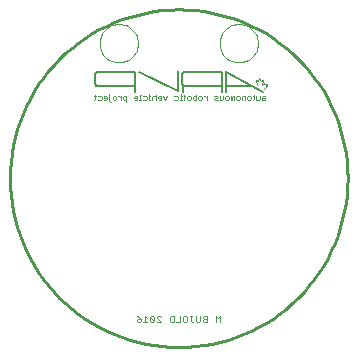
<source format=gbo>
G75*
G70*
%OFA0B0*%
%FSLAX24Y24*%
%IPPOS*%
%LPD*%
%AMOC8*
5,1,8,0,0,1.08239X$1,22.5*
%
%ADD10C,0.0100*%
%ADD11C,0.0040*%
%ADD12C,0.0000*%
%ADD13C,0.0050*%
%ADD14C,0.0020*%
D10*
X000150Y005775D02*
X000157Y006051D01*
X000177Y006326D01*
X000211Y006600D01*
X000258Y006872D01*
X000319Y007142D01*
X000392Y007408D01*
X000479Y007670D01*
X000578Y007928D01*
X000690Y008180D01*
X000814Y008427D01*
X000950Y008667D01*
X001098Y008900D01*
X001257Y009126D01*
X001427Y009343D01*
X001607Y009553D01*
X001798Y009752D01*
X001997Y009943D01*
X002207Y010123D01*
X002424Y010293D01*
X002650Y010452D01*
X002883Y010600D01*
X003123Y010736D01*
X003370Y010860D01*
X003622Y010972D01*
X003880Y011071D01*
X004142Y011158D01*
X004408Y011231D01*
X004678Y011292D01*
X004950Y011339D01*
X005224Y011373D01*
X005499Y011393D01*
X005775Y011400D01*
X006051Y011393D01*
X006326Y011373D01*
X006600Y011339D01*
X006872Y011292D01*
X007142Y011231D01*
X007408Y011158D01*
X007670Y011071D01*
X007928Y010972D01*
X008180Y010860D01*
X008427Y010736D01*
X008667Y010600D01*
X008900Y010452D01*
X009126Y010293D01*
X009343Y010123D01*
X009553Y009943D01*
X009752Y009752D01*
X009943Y009553D01*
X010123Y009343D01*
X010293Y009126D01*
X010452Y008900D01*
X010600Y008667D01*
X010736Y008427D01*
X010860Y008180D01*
X010972Y007928D01*
X011071Y007670D01*
X011158Y007408D01*
X011231Y007142D01*
X011292Y006872D01*
X011339Y006600D01*
X011373Y006326D01*
X011393Y006051D01*
X011400Y005775D01*
X011393Y005499D01*
X011373Y005224D01*
X011339Y004950D01*
X011292Y004678D01*
X011231Y004408D01*
X011158Y004142D01*
X011071Y003880D01*
X010972Y003622D01*
X010860Y003370D01*
X010736Y003123D01*
X010600Y002883D01*
X010452Y002650D01*
X010293Y002424D01*
X010123Y002207D01*
X009943Y001997D01*
X009752Y001798D01*
X009553Y001607D01*
X009343Y001427D01*
X009126Y001257D01*
X008900Y001098D01*
X008667Y000950D01*
X008427Y000814D01*
X008180Y000690D01*
X007928Y000578D01*
X007670Y000479D01*
X007408Y000392D01*
X007142Y000319D01*
X006872Y000258D01*
X006600Y000211D01*
X006326Y000177D01*
X006051Y000157D01*
X005775Y000150D01*
X005499Y000157D01*
X005224Y000177D01*
X004950Y000211D01*
X004678Y000258D01*
X004408Y000319D01*
X004142Y000392D01*
X003880Y000479D01*
X003622Y000578D01*
X003370Y000690D01*
X003123Y000814D01*
X002883Y000950D01*
X002650Y001098D01*
X002424Y001257D01*
X002207Y001427D01*
X001997Y001607D01*
X001798Y001798D01*
X001607Y001997D01*
X001427Y002207D01*
X001257Y002424D01*
X001098Y002650D01*
X000950Y002883D01*
X000814Y003123D01*
X000690Y003370D01*
X000578Y003622D01*
X000479Y003880D01*
X000392Y004142D01*
X000319Y004408D01*
X000258Y004678D01*
X000211Y004950D01*
X000177Y005224D01*
X000157Y005499D01*
X000150Y005775D01*
D11*
X004370Y001062D02*
X004370Y001028D01*
X004403Y000995D01*
X004470Y000995D01*
X004503Y001028D01*
X004503Y001095D01*
X004403Y001095D01*
X004370Y001062D01*
X004436Y001162D02*
X004370Y001195D01*
X004436Y001162D02*
X004503Y001095D01*
X004591Y000995D02*
X004724Y000995D01*
X004657Y000995D02*
X004657Y001195D01*
X004724Y001128D01*
X004812Y001162D02*
X004812Y001028D01*
X004845Y000995D01*
X004912Y000995D01*
X004945Y001028D01*
X004812Y001162D01*
X004845Y001195D01*
X004912Y001195D01*
X004945Y001162D01*
X004945Y001028D01*
X005033Y000995D02*
X005166Y000995D01*
X005033Y001128D01*
X005033Y001162D01*
X005066Y001195D01*
X005133Y001195D01*
X005166Y001162D01*
X005475Y001162D02*
X005475Y001028D01*
X005508Y000995D01*
X005608Y000995D01*
X005608Y001195D01*
X005508Y001195D01*
X005475Y001162D01*
X005696Y000995D02*
X005829Y000995D01*
X005829Y001195D01*
X005917Y001162D02*
X005917Y001028D01*
X005950Y000995D01*
X006017Y000995D01*
X006050Y001028D01*
X006050Y001162D01*
X006017Y001195D01*
X005950Y001195D01*
X005917Y001162D01*
X006138Y001195D02*
X006204Y001195D01*
X006171Y001195D02*
X006171Y001028D01*
X006204Y000995D01*
X006238Y000995D01*
X006271Y001028D01*
X006359Y001028D02*
X006359Y001195D01*
X006492Y001195D02*
X006492Y001028D01*
X006459Y000995D01*
X006392Y000995D01*
X006359Y001028D01*
X006580Y001028D02*
X006613Y000995D01*
X006713Y000995D01*
X006713Y001195D01*
X006613Y001195D01*
X006580Y001162D01*
X006580Y001128D01*
X006613Y001095D01*
X006713Y001095D01*
X006613Y001095D02*
X006580Y001062D01*
X006580Y001028D01*
X007022Y000995D02*
X007022Y001195D01*
X007088Y001128D01*
X007155Y001195D01*
X007155Y000995D01*
D12*
X007135Y010275D02*
X007137Y010325D01*
X007143Y010375D01*
X007153Y010424D01*
X007166Y010473D01*
X007184Y010520D01*
X007205Y010566D01*
X007229Y010609D01*
X007257Y010651D01*
X007288Y010691D01*
X007322Y010728D01*
X007359Y010762D01*
X007399Y010793D01*
X007441Y010821D01*
X007484Y010845D01*
X007530Y010866D01*
X007577Y010884D01*
X007626Y010897D01*
X007675Y010907D01*
X007725Y010913D01*
X007775Y010915D01*
X007825Y010913D01*
X007875Y010907D01*
X007924Y010897D01*
X007973Y010884D01*
X008020Y010866D01*
X008066Y010845D01*
X008109Y010821D01*
X008151Y010793D01*
X008191Y010762D01*
X008228Y010728D01*
X008262Y010691D01*
X008293Y010651D01*
X008321Y010609D01*
X008345Y010566D01*
X008366Y010520D01*
X008384Y010473D01*
X008397Y010424D01*
X008407Y010375D01*
X008413Y010325D01*
X008415Y010275D01*
X008413Y010225D01*
X008407Y010175D01*
X008397Y010126D01*
X008384Y010077D01*
X008366Y010030D01*
X008345Y009984D01*
X008321Y009941D01*
X008293Y009899D01*
X008262Y009859D01*
X008228Y009822D01*
X008191Y009788D01*
X008151Y009757D01*
X008109Y009729D01*
X008066Y009705D01*
X008020Y009684D01*
X007973Y009666D01*
X007924Y009653D01*
X007875Y009643D01*
X007825Y009637D01*
X007775Y009635D01*
X007725Y009637D01*
X007675Y009643D01*
X007626Y009653D01*
X007577Y009666D01*
X007530Y009684D01*
X007484Y009705D01*
X007441Y009729D01*
X007399Y009757D01*
X007359Y009788D01*
X007322Y009822D01*
X007288Y009859D01*
X007257Y009899D01*
X007229Y009941D01*
X007205Y009984D01*
X007184Y010030D01*
X007166Y010077D01*
X007153Y010126D01*
X007143Y010175D01*
X007137Y010225D01*
X007135Y010275D01*
X003135Y010275D02*
X003137Y010325D01*
X003143Y010375D01*
X003153Y010424D01*
X003166Y010473D01*
X003184Y010520D01*
X003205Y010566D01*
X003229Y010609D01*
X003257Y010651D01*
X003288Y010691D01*
X003322Y010728D01*
X003359Y010762D01*
X003399Y010793D01*
X003441Y010821D01*
X003484Y010845D01*
X003530Y010866D01*
X003577Y010884D01*
X003626Y010897D01*
X003675Y010907D01*
X003725Y010913D01*
X003775Y010915D01*
X003825Y010913D01*
X003875Y010907D01*
X003924Y010897D01*
X003973Y010884D01*
X004020Y010866D01*
X004066Y010845D01*
X004109Y010821D01*
X004151Y010793D01*
X004191Y010762D01*
X004228Y010728D01*
X004262Y010691D01*
X004293Y010651D01*
X004321Y010609D01*
X004345Y010566D01*
X004366Y010520D01*
X004384Y010473D01*
X004397Y010424D01*
X004407Y010375D01*
X004413Y010325D01*
X004415Y010275D01*
X004413Y010225D01*
X004407Y010175D01*
X004397Y010126D01*
X004384Y010077D01*
X004366Y010030D01*
X004345Y009984D01*
X004321Y009941D01*
X004293Y009899D01*
X004262Y009859D01*
X004228Y009822D01*
X004191Y009788D01*
X004151Y009757D01*
X004109Y009729D01*
X004066Y009705D01*
X004020Y009684D01*
X003973Y009666D01*
X003924Y009653D01*
X003875Y009643D01*
X003825Y009637D01*
X003775Y009635D01*
X003725Y009637D01*
X003675Y009643D01*
X003626Y009653D01*
X003577Y009666D01*
X003530Y009684D01*
X003484Y009705D01*
X003441Y009729D01*
X003399Y009757D01*
X003359Y009788D01*
X003322Y009822D01*
X003288Y009859D01*
X003257Y009899D01*
X003229Y009941D01*
X003205Y009984D01*
X003184Y010030D01*
X003166Y010077D01*
X003153Y010126D01*
X003143Y010175D01*
X003137Y010225D01*
X003135Y010275D01*
D13*
X003065Y009325D02*
X004305Y009325D01*
X004305Y008855D01*
X003065Y008855D01*
X003055Y008856D02*
X003041Y008859D01*
X003028Y008865D01*
X003017Y008874D01*
X003007Y008885D01*
X003000Y008897D01*
X002996Y008911D01*
X002995Y008925D01*
X002995Y008915D01*
X002995Y008925D02*
X002995Y009265D01*
X002996Y009265D02*
X002999Y009279D01*
X003005Y009292D01*
X003014Y009303D01*
X003025Y009313D01*
X003037Y009320D01*
X003051Y009324D01*
X003065Y009325D01*
X004305Y008855D02*
X004305Y008665D01*
X004455Y009325D02*
X005735Y008685D01*
X005735Y009335D01*
X005895Y009265D02*
X005895Y008925D01*
X005895Y008915D01*
X005895Y008925D02*
X005896Y008911D01*
X005900Y008897D01*
X005907Y008885D01*
X005917Y008874D01*
X005928Y008865D01*
X005941Y008859D01*
X005955Y008856D01*
X005965Y008855D02*
X005975Y008855D01*
X007205Y008855D01*
X007205Y008665D01*
X007335Y008665D02*
X007335Y009335D01*
X007355Y009325D02*
X008585Y008665D01*
X008225Y008855D02*
X007355Y008855D01*
X007205Y008855D02*
X007205Y009325D01*
X005965Y009325D01*
X005951Y009324D01*
X005937Y009320D01*
X005925Y009313D01*
X005914Y009303D01*
X005905Y009292D01*
X005899Y009279D01*
X005896Y009265D01*
X005905Y008805D02*
X005905Y008665D01*
X005906Y008795D02*
X005909Y008809D01*
X005915Y008822D01*
X005924Y008833D01*
X005935Y008843D01*
X005947Y008850D01*
X005961Y008854D01*
X005975Y008855D01*
D14*
X005842Y008595D02*
X005842Y008565D01*
X005842Y008505D02*
X005842Y008385D01*
X005872Y008385D02*
X005812Y008385D01*
X005749Y008415D02*
X005749Y008475D01*
X005719Y008505D01*
X005629Y008505D01*
X005629Y008385D02*
X005719Y008385D01*
X005749Y008415D01*
X005842Y008505D02*
X005872Y008505D01*
X005935Y008505D02*
X005995Y008505D01*
X005965Y008535D02*
X005965Y008415D01*
X005935Y008385D01*
X006059Y008415D02*
X006059Y008475D01*
X006089Y008505D01*
X006149Y008505D01*
X006179Y008475D01*
X006179Y008415D01*
X006149Y008385D01*
X006089Y008385D01*
X006059Y008415D01*
X006243Y008415D02*
X006243Y008475D01*
X006273Y008505D01*
X006363Y008505D01*
X006363Y008565D02*
X006363Y008385D01*
X006273Y008385D01*
X006243Y008415D01*
X006427Y008415D02*
X006427Y008475D01*
X006457Y008505D01*
X006517Y008505D01*
X006547Y008475D01*
X006547Y008415D01*
X006517Y008385D01*
X006457Y008385D01*
X006427Y008415D01*
X006611Y008505D02*
X006641Y008505D01*
X006701Y008445D01*
X006701Y008385D02*
X006701Y008505D01*
X006949Y008505D02*
X007039Y008505D01*
X007069Y008475D01*
X007039Y008445D01*
X006979Y008445D01*
X006949Y008415D01*
X006979Y008385D01*
X007069Y008385D01*
X007133Y008385D02*
X007133Y008505D01*
X007133Y008385D02*
X007223Y008385D01*
X007253Y008415D01*
X007253Y008505D01*
X007317Y008475D02*
X007317Y008415D01*
X007347Y008385D01*
X007407Y008385D01*
X007437Y008415D01*
X007437Y008475D01*
X007407Y008505D01*
X007347Y008505D01*
X007317Y008475D01*
X007501Y008475D02*
X007501Y008385D01*
X007561Y008385D02*
X007561Y008475D01*
X007531Y008505D01*
X007501Y008475D01*
X007561Y008475D02*
X007591Y008505D01*
X007621Y008505D01*
X007621Y008385D01*
X007685Y008415D02*
X007685Y008475D01*
X007716Y008505D01*
X007776Y008505D01*
X007806Y008475D01*
X007806Y008415D01*
X007776Y008385D01*
X007716Y008385D01*
X007685Y008415D01*
X007870Y008385D02*
X007870Y008475D01*
X007900Y008505D01*
X007990Y008505D01*
X007990Y008385D01*
X008054Y008415D02*
X008054Y008475D01*
X008084Y008505D01*
X008144Y008505D01*
X008174Y008475D01*
X008174Y008415D01*
X008144Y008385D01*
X008084Y008385D01*
X008054Y008415D01*
X008237Y008385D02*
X008267Y008415D01*
X008267Y008535D01*
X008297Y008505D02*
X008237Y008505D01*
X008361Y008505D02*
X008361Y008385D01*
X008451Y008385D01*
X008481Y008415D01*
X008481Y008505D01*
X008545Y008475D02*
X008545Y008385D01*
X008635Y008385D01*
X008665Y008415D01*
X008635Y008445D01*
X008545Y008445D01*
X008545Y008475D02*
X008575Y008505D01*
X008635Y008505D01*
X008605Y008745D02*
X008725Y008835D01*
X008675Y008855D01*
X008705Y008925D01*
X008625Y008905D01*
X008615Y008955D01*
X008535Y008885D01*
X008575Y009045D01*
X008505Y009015D01*
X008455Y009125D01*
X008405Y009015D01*
X008345Y009045D01*
X008385Y008885D01*
X005381Y008505D02*
X005321Y008385D01*
X005261Y008505D01*
X005197Y008475D02*
X005197Y008415D01*
X005167Y008385D01*
X005107Y008385D01*
X005077Y008445D02*
X005197Y008445D01*
X005197Y008475D02*
X005167Y008505D01*
X005107Y008505D01*
X005077Y008475D01*
X005077Y008445D01*
X005013Y008475D02*
X004983Y008505D01*
X004922Y008505D01*
X004892Y008475D01*
X004892Y008385D01*
X004828Y008385D02*
X004768Y008385D01*
X004798Y008385D02*
X004798Y008505D01*
X004828Y008505D01*
X004798Y008565D02*
X004798Y008595D01*
X004706Y008475D02*
X004706Y008415D01*
X004676Y008385D01*
X004586Y008385D01*
X004521Y008385D02*
X004461Y008385D01*
X004491Y008385D02*
X004491Y008565D01*
X004521Y008565D01*
X004586Y008505D02*
X004676Y008505D01*
X004706Y008475D01*
X004399Y008475D02*
X004399Y008415D01*
X004369Y008385D01*
X004309Y008385D01*
X004279Y008445D02*
X004399Y008445D01*
X004399Y008475D02*
X004369Y008505D01*
X004309Y008505D01*
X004279Y008475D01*
X004279Y008445D01*
X004030Y008385D02*
X003940Y008385D01*
X003910Y008415D01*
X003910Y008475D01*
X003940Y008505D01*
X004030Y008505D01*
X004030Y008325D01*
X003846Y008385D02*
X003846Y008505D01*
X003846Y008445D02*
X003786Y008505D01*
X003756Y008505D01*
X003693Y008475D02*
X003693Y008415D01*
X003663Y008385D01*
X003603Y008385D01*
X003573Y008415D01*
X003573Y008475D01*
X003603Y008505D01*
X003663Y008505D01*
X003693Y008475D01*
X003509Y008325D02*
X003479Y008325D01*
X003449Y008355D01*
X003449Y008505D01*
X003449Y008565D02*
X003449Y008595D01*
X003356Y008505D02*
X003296Y008505D01*
X003266Y008475D01*
X003266Y008445D01*
X003386Y008445D01*
X003386Y008415D02*
X003386Y008475D01*
X003356Y008505D01*
X003386Y008415D02*
X003356Y008385D01*
X003296Y008385D01*
X003202Y008415D02*
X003202Y008475D01*
X003172Y008505D01*
X003082Y008505D01*
X003018Y008505D02*
X002957Y008505D01*
X002987Y008535D02*
X002987Y008415D01*
X002957Y008385D01*
X003082Y008385D02*
X003172Y008385D01*
X003202Y008415D01*
X005013Y008385D02*
X005013Y008565D01*
M02*

</source>
